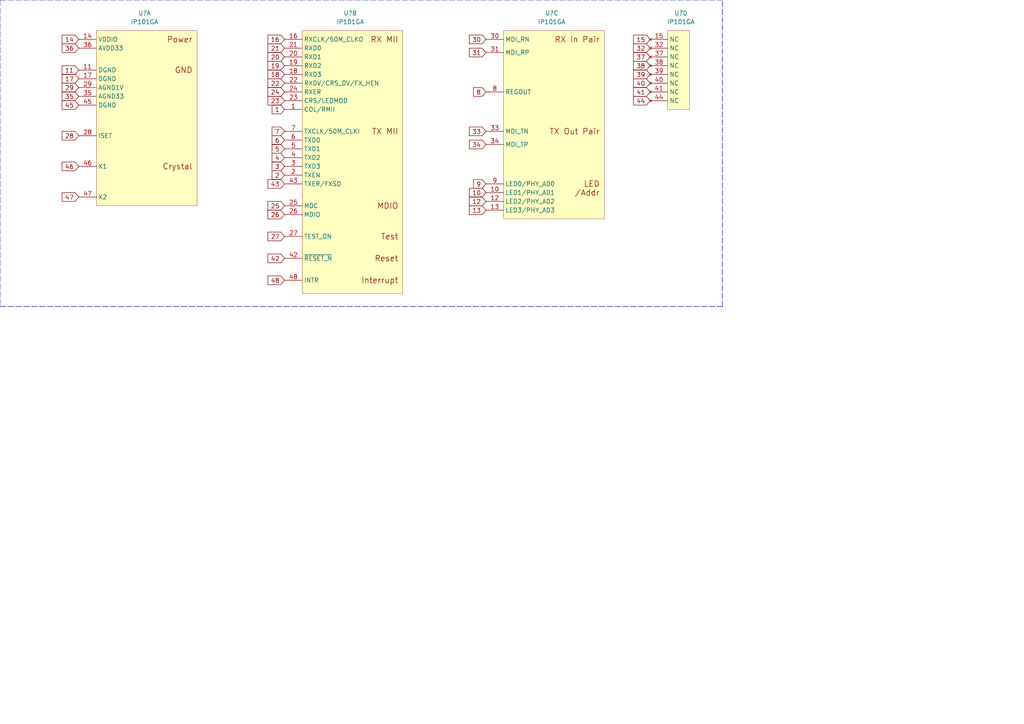
<source format=kicad_sch>
(kicad_sch (version 20201015) (generator eeschema)
  (paper "A4")
  (lib_symbols
    (symbol "eth:IP101GA"
      (property "Reference" "U" (at 0 41.91 0))
      (property "Value" "IP101GA" (at 0 39.37 0))
      (symbol "IP101GA_1_1"
        (text "Power" (at 13.97 34.29 0) (effects (font (size 1.651 1.651)) (justify right)))
        (text "GND" (at 13.97 25.4 0) (effects (font (size 1.651 1.651)) (justify right)))
        (text "Crystal" (at 13.97 -2.54 0) (effects (font (size 1.651 1.651)) (justify right)))
        (rectangle (start -13.97 36.83) (end 15.24 -13.97) (stroke (width 0.0006)) (fill (type background)))
        (pin passive line (at -19.05 25.4 0) (length 5.08) (name "DGND") (number "11"))
        (pin passive line (at -19.05 34.29 0) (length 5.08) (name "VDDIO") (number "14"))
        (pin passive line (at -19.05 22.86 0) (length 5.08) (name "DGND") (number "17"))
        (pin passive line (at -19.05 6.35 0) (length 5.08) (name "ISET") (number "28"))
        (pin passive line (at -19.05 20.32 0) (length 5.08) (name "AGND1V") (number "29"))
        (pin passive line (at -19.05 17.78 0) (length 5.08) (name "AGND33") (number "35"))
        (pin passive line (at -19.05 31.75 0) (length 5.08) (name "AVDD33") (number "36"))
        (pin passive line (at -19.05 15.24 0) (length 5.08) (name "DGND") (number "45"))
        (pin passive line (at -19.05 -2.54 0) (length 5.08) (name "X1") (number "46"))
        (pin passive line (at -19.05 -11.43 0) (length 5.08) (name "X2") (number "47"))
      )
      (symbol "IP101GA_2_1"
        (text "RX MII" (at 13.97 34.29 0) (effects (font (size 1.651 1.651)) (justify right)))
        (text "MDIO" (at 13.97 -13.97 0) (effects (font (size 1.651 1.651)) (justify right)))
        (text "Test" (at 13.97 -22.86 0) (effects (font (size 1.651 1.651)) (justify right)))
        (text "Reset" (at 13.97 -29.21 0) (effects (font (size 1.651 1.651)) (justify right)))
        (text "Interrupt" (at 13.97 -35.56 0) (effects (font (size 1.651 1.651)) (justify right)))
        (text "TX MII" (at 13.97 7.62 0) (effects (font (size 1.651 1.651)) (justify right)))
        (rectangle (start -13.97 36.83) (end 15.24 -39.37) (stroke (width 0.0006)) (fill (type background)))
        (pin passive line (at -19.05 7.62 0) (length 5.08) (name "TXCLK/50M_CLKI") (number "7"))
        (pin passive line (at -19.05 34.29 0) (length 5.08) (name "RXCLK/50M_CLKO") (number "16"))
        (pin passive line (at -19.05 13.97 0) (length 5.08) (name "COL/RMII") (number "1"))
        (pin passive line (at -19.05 -5.08 0) (length 5.08) (name "TXEN") (number "2"))
        (pin passive line (at -19.05 -2.54 0) (length 5.08) (name "TXD3") (number "3"))
        (pin passive line (at -19.05 0 0) (length 5.08) (name "TXD2") (number "4"))
        (pin passive line (at -19.05 2.54 0) (length 5.08) (name "TXD1") (number "5"))
        (pin passive line (at -19.05 5.08 0) (length 5.08) (name "TXD0") (number "6"))
        (pin passive line (at -19.05 24.13 0) (length 5.08) (name "RXD3") (number "18"))
        (pin passive line (at -19.05 26.67 0) (length 5.08) (name "RXD2") (number "19"))
        (pin passive line (at -19.05 29.21 0) (length 5.08) (name "RXD1") (number "20"))
        (pin passive line (at -19.05 31.75 0) (length 5.08) (name "RXD0") (number "21"))
        (pin passive line (at -19.05 21.59 0) (length 5.08) (name "RXDV/CRS_DV/FX_HEN") (number "22"))
        (pin passive line (at -19.05 16.51 0) (length 5.08) (name "CRS/LEDMOD") (number "23"))
        (pin passive line (at -19.05 19.05 0) (length 5.08) (name "RXER") (number "24"))
        (pin passive line (at -19.05 -13.97 0) (length 5.08) (name "MDC") (number "25"))
        (pin passive line (at -19.05 -16.51 0) (length 5.08) (name "MDIO") (number "26"))
        (pin passive line (at -19.05 -22.86 0) (length 5.08) (name "TEST_ON") (number "27"))
        (pin passive line (at -19.05 -29.21 0) (length 5.08) (name "~RESET_N") (number "42"))
        (pin passive line (at -19.05 -7.62 0) (length 5.08) (name "TXER/FXSD") (number "43"))
        (pin passive line (at -19.05 -35.56 0) (length 5.08) (name "INTR") (number "48"))
      )
      (symbol "IP101GA_3_1"
        (text "RX In Pair" (at 13.97 34.29 0) (effects (font (size 1.651 1.651)) (justify right)))
        (text "TX Out Pair" (at 13.97 7.62 0) (effects (font (size 1.651 1.651)) (justify right)))
        (text "LED" (at 13.97 -7.62 0) (effects (font (size 1.651 1.651)) (justify right)))
        (text "/Addr" (at 13.97 -10.16 0) (effects (font (size 1.651 1.651)) (justify right)))
        (rectangle (start -13.97 36.83) (end 15.24 -17.78) (stroke (width 0.0006)) (fill (type background)))
        (pin passive line (at -19.05 19.05 0) (length 5.08) (name "REGOUT") (number "8"))
        (pin passive line (at -19.05 -7.62 0) (length 5.08) (name "LED0/PHY_AD0") (number "9"))
        (pin passive line (at -19.05 -10.16 0) (length 5.08) (name "LED1/PHY_AD1") (number "10"))
        (pin passive line (at -19.05 -12.7 0) (length 5.08) (name "LED2/PHY_AD2") (number "12"))
        (pin passive line (at -19.05 -15.24 0) (length 5.08) (name "LED3/PHY_AD3") (number "13"))
        (pin passive line (at -19.05 34.29 0) (length 5.08) (name "MDI_RN") (number "30"))
        (pin passive line (at -19.05 30.48 0) (length 5.08) (name "MDI_RP") (number "31"))
        (pin passive line (at -19.05 7.62 0) (length 5.08) (name "MDI_TN") (number "33"))
        (pin passive line (at -19.05 3.81 0) (length 5.08) (name "MDI_TP") (number "34"))
      )
      (symbol "IP101GA_4_1"
        (rectangle (start -3.81 36.83) (end 2.54 13.97) (stroke (width 0.0006)) (fill (type background)))
        (pin unconnected line (at -8.89 34.29 0) (length 5.08) (name "NC") (number "15"))
        (pin unconnected line (at -8.89 31.75 0) (length 5.08) (name "NC") (number "32"))
        (pin unconnected line (at -8.89 29.21 0) (length 5.08) (name "NC") (number "37"))
        (pin unconnected line (at -8.89 26.67 0) (length 5.08) (name "NC") (number "38"))
        (pin unconnected line (at -8.89 24.13 0) (length 5.08) (name "NC") (number "39"))
        (pin unconnected line (at -8.89 21.59 0) (length 5.08) (name "NC") (number "40"))
        (pin unconnected line (at -8.89 19.05 0) (length 5.08) (name "NC") (number "41"))
        (pin unconnected line (at -8.89 16.51 0) (length 5.08) (name "NC") (number "44"))
      )
    )
  )
  (polyline (pts (xy 0 0) (xy 0 88.9)) (stroke (width 0) (type dash)))
  (polyline (pts (xy 0 0) (xy 209.55 0)) (stroke (width 0) (type dash)))
  (polyline (pts (xy 0 88.9) (xy 209.55 88.9)) (stroke (width 0) (type dash)))
  (polyline (pts (xy 209.55 88.9) (xy 209.55 0)) (stroke (width 0) (type dash)))
  (text "D .*\nF .*\nV IP101GA" (at 0 0 0) (effects (font (size 1.27 1.27)) (justify left bottom)))
  (global_label "14" (shape input) (at 22.86 11.43 180) (property "Intersheet References" "${INTERSHEET_REFS}" (effects hide)))
  (global_label "36" (shape input) (at 22.86 13.97 180) (property "Intersheet References" "${INTERSHEET_REFS}" (effects hide)))
  (global_label "11" (shape input) (at 22.86 20.32 180) (property "Intersheet References" "${INTERSHEET_REFS}" (effects hide)))
  (global_label "17" (shape input) (at 22.86 22.86 180) (property "Intersheet References" "${INTERSHEET_REFS}" (effects hide)))
  (global_label "29" (shape input) (at 22.86 25.4 180) (property "Intersheet References" "${INTERSHEET_REFS}" (effects hide)))
  (global_label "35" (shape input) (at 22.86 27.94 180) (property "Intersheet References" "${INTERSHEET_REFS}" (effects hide)))
  (global_label "45" (shape input) (at 22.86 30.48 180) (property "Intersheet References" "${INTERSHEET_REFS}" (effects hide)))
  (global_label "28" (shape input) (at 22.86 39.37 180) (property "Intersheet References" "${INTERSHEET_REFS}" (effects hide)))
  (global_label "46" (shape input) (at 22.86 48.26 180) (property "Intersheet References" "${INTERSHEET_REFS}" (effects hide)))
  (global_label "47" (shape input) (at 22.86 57.15 180) (property "Intersheet References" "${INTERSHEET_REFS}" (effects hide)))
  (global_label "16" (shape input) (at 82.55 11.43 180) (property "Intersheet References" "${INTERSHEET_REFS}" (effects hide)))
  (global_label "21" (shape input) (at 82.55 13.97 180) (property "Intersheet References" "${INTERSHEET_REFS}" (effects hide)))
  (global_label "20" (shape input) (at 82.55 16.51 180) (property "Intersheet References" "${INTERSHEET_REFS}" (effects hide)))
  (global_label "19" (shape input) (at 82.55 19.05 180) (property "Intersheet References" "${INTERSHEET_REFS}" (effects hide)))
  (global_label "18" (shape input) (at 82.55 21.59 180) (property "Intersheet References" "${INTERSHEET_REFS}" (effects hide)))
  (global_label "22" (shape input) (at 82.55 24.13 180) (property "Intersheet References" "${INTERSHEET_REFS}" (effects hide)))
  (global_label "24" (shape input) (at 82.55 26.67 180) (property "Intersheet References" "${INTERSHEET_REFS}" (effects hide)))
  (global_label "23" (shape input) (at 82.55 29.21 180) (property "Intersheet References" "${INTERSHEET_REFS}" (effects hide)))
  (global_label "1" (shape input) (at 82.55 31.75 180) (property "Intersheet References" "${INTERSHEET_REFS}" (effects hide)))
  (global_label "7" (shape input) (at 82.55 38.1 180) (property "Intersheet References" "${INTERSHEET_REFS}" (effects hide)))
  (global_label "6" (shape input) (at 82.55 40.64 180) (property "Intersheet References" "${INTERSHEET_REFS}" (effects hide)))
  (global_label "5" (shape input) (at 82.55 43.18 180) (property "Intersheet References" "${INTERSHEET_REFS}" (effects hide)))
  (global_label "4" (shape input) (at 82.55 45.72 180) (property "Intersheet References" "${INTERSHEET_REFS}" (effects hide)))
  (global_label "3" (shape input) (at 82.55 48.26 180) (property "Intersheet References" "${INTERSHEET_REFS}" (effects hide)))
  (global_label "2" (shape input) (at 82.55 50.8 180) (property "Intersheet References" "${INTERSHEET_REFS}" (effects hide)))
  (global_label "43" (shape input) (at 82.55 53.34 180) (property "Intersheet References" "${INTERSHEET_REFS}" (effects hide)))
  (global_label "25" (shape input) (at 82.55 59.69 180) (property "Intersheet References" "${INTERSHEET_REFS}" (effects hide)))
  (global_label "26" (shape input) (at 82.55 62.23 180) (property "Intersheet References" "${INTERSHEET_REFS}" (effects hide)))
  (global_label "27" (shape input) (at 82.55 68.58 180) (property "Intersheet References" "${INTERSHEET_REFS}" (effects hide)))
  (global_label "42" (shape input) (at 82.55 74.93 180) (property "Intersheet References" "${INTERSHEET_REFS}" (effects hide)))
  (global_label "48" (shape input) (at 82.55 81.28 180) (property "Intersheet References" "${INTERSHEET_REFS}" (effects hide)))
  (global_label "30" (shape input) (at 140.97 11.43 180) (property "Intersheet References" "${INTERSHEET_REFS}" (effects hide)))
  (global_label "31" (shape input) (at 140.97 15.24 180) (property "Intersheet References" "${INTERSHEET_REFS}" (effects hide)))
  (global_label "8" (shape input) (at 140.97 26.67 180) (property "Intersheet References" "${INTERSHEET_REFS}" (effects hide)))
  (global_label "33" (shape input) (at 140.97 38.1 180) (property "Intersheet References" "${INTERSHEET_REFS}" (effects hide)))
  (global_label "34" (shape input) (at 140.97 41.91 180) (property "Intersheet References" "${INTERSHEET_REFS}" (effects hide)))
  (global_label "9" (shape input) (at 140.97 53.34 180) (property "Intersheet References" "${INTERSHEET_REFS}" (effects hide)))
  (global_label "10" (shape input) (at 140.97 55.88 180) (property "Intersheet References" "${INTERSHEET_REFS}" (effects hide)))
  (global_label "12" (shape input) (at 140.97 58.42 180) (property "Intersheet References" "${INTERSHEET_REFS}" (effects hide)))
  (global_label "13" (shape input) (at 140.97 60.96 180) (property "Intersheet References" "${INTERSHEET_REFS}" (effects hide)))
  (global_label "15" (shape input) (at 188.595 11.43 180) (property "Intersheet References" "${INTERSHEET_REFS}" (effects hide)))
  (global_label "32" (shape input) (at 188.595 13.97 180) (property "Intersheet References" "${INTERSHEET_REFS}" (effects hide)))
  (global_label "37" (shape input) (at 188.595 16.51 180) (property "Intersheet References" "${INTERSHEET_REFS}" (effects hide)))
  (global_label "38" (shape input) (at 188.595 19.05 180) (property "Intersheet References" "${INTERSHEET_REFS}" (effects hide)))
  (global_label "39" (shape input) (at 188.595 21.59 180) (property "Intersheet References" "${INTERSHEET_REFS}" (effects hide)))
  (global_label "40" (shape input) (at 188.595 24.13 180) (property "Intersheet References" "${INTERSHEET_REFS}" (effects hide)))
  (global_label "41" (shape input) (at 188.595 26.67 180) (property "Intersheet References" "${INTERSHEET_REFS}" (effects hide)))
  (global_label "44" (shape input) (at 188.595 29.21 180) (property "Intersheet References" "${INTERSHEET_REFS}" (effects hide)))
  (symbol (lib_id "eth:IP101GA") (at 197.485 45.72 0) (unit 4)
    (property "Reference" "U?" (at 197.485 3.81 0))
    (property "Value" "IP101GA" (at 197.485 6.35 0))
  )
  (symbol (lib_id "eth:IP101GA") (at 41.91 45.72 0) (unit 1)
    (property "Reference" "U?" (at 41.91 3.81 0))
    (property "Value" "IP101GA" (at 41.91 6.35 0))
  )
  (symbol (lib_id "eth:IP101GA") (at 160.02 45.72 0) (unit 3)
    (property "Reference" "U?" (at 160.02 3.81 0))
    (property "Value" "IP101GA" (at 160.02 6.35 0))
  )
  (symbol (lib_id "eth:IP101GA") (at 101.6 45.72 0) (unit 2)
    (property "Reference" "U?" (at 101.6 3.81 0))
    (property "Value" "IP101GA" (at 101.6 6.35 0))
  )
)
</source>
